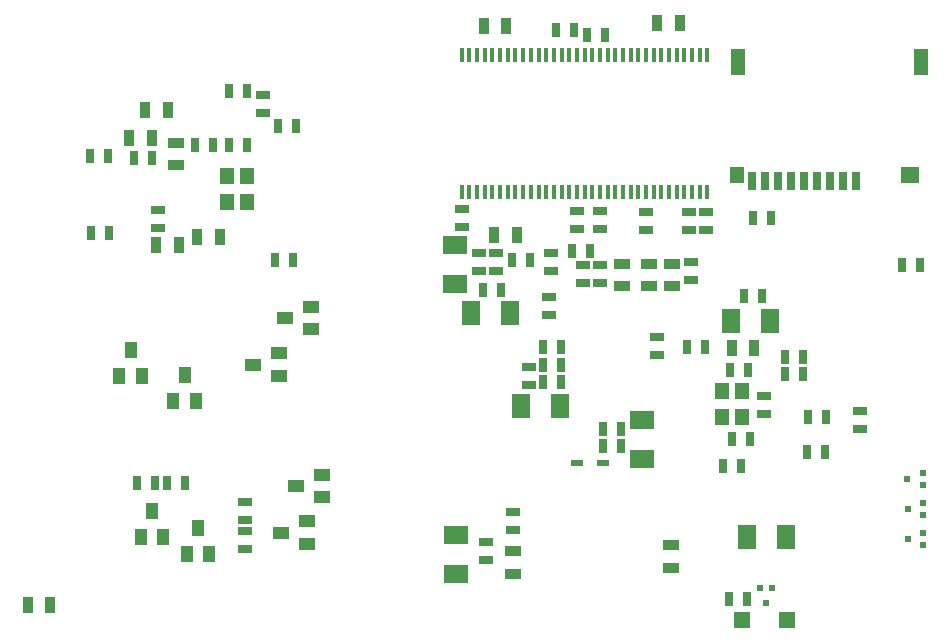
<source format=gbp>
G04 (created by PCBNEW-RS274X (2011-05-31)-stable) date Fri 24 Feb 2012 05:38:00 PM COT*
G01*
G70*
G90*
%MOIN*%
G04 Gerber Fmt 3.4, Leading zero omitted, Abs format*
%FSLAX34Y34*%
G04 APERTURE LIST*
%ADD10C,0.006000*%
%ADD11R,0.055100X0.055100*%
%ADD12R,0.039300X0.023600*%
%ADD13R,0.026000X0.062000*%
%ADD14R,0.062000X0.054000*%
%ADD15R,0.046000X0.086000*%
%ADD16R,0.046000X0.054000*%
%ADD17R,0.055000X0.035000*%
%ADD18R,0.025000X0.045000*%
%ADD19R,0.045000X0.025000*%
%ADD20R,0.060000X0.080000*%
%ADD21R,0.080000X0.060000*%
%ADD22R,0.035000X0.055000*%
%ADD23R,0.023600X0.019600*%
%ADD24R,0.019600X0.023600*%
%ADD25R,0.012600X0.046000*%
%ADD26R,0.047200X0.055100*%
%ADD27R,0.039300X0.055100*%
%ADD28R,0.055100X0.039300*%
G04 APERTURE END LIST*
G54D10*
G54D11*
X60055Y-54079D03*
X58559Y-54079D03*
G54D12*
X53059Y-48839D03*
X53925Y-48839D03*
G54D13*
X62356Y-39449D03*
X61926Y-39449D03*
X61496Y-39449D03*
X61056Y-39449D03*
X60626Y-39449D03*
X60196Y-39449D03*
X59756Y-39449D03*
X59326Y-39449D03*
X58896Y-39449D03*
G54D14*
X64166Y-39249D03*
G54D15*
X64526Y-35469D03*
X58426Y-35469D03*
G54D16*
X58416Y-39249D03*
G54D17*
X54563Y-42192D03*
X54563Y-42942D03*
G54D18*
X64493Y-42244D03*
X63893Y-42244D03*
G54D19*
X62496Y-47706D03*
X62496Y-47106D03*
G54D20*
X51200Y-46921D03*
X52500Y-46921D03*
G54D21*
X55236Y-47385D03*
X55236Y-48685D03*
G54D20*
X50839Y-43835D03*
X49539Y-43835D03*
G54D21*
X49008Y-42867D03*
X49008Y-41567D03*
G54D18*
X53401Y-34567D03*
X54001Y-34567D03*
X52957Y-34390D03*
X52357Y-34390D03*
G54D19*
X49228Y-40369D03*
X49228Y-40969D03*
X56791Y-40452D03*
X56791Y-41052D03*
X57366Y-40452D03*
X57366Y-41052D03*
X53055Y-40448D03*
X53055Y-41048D03*
X53835Y-40448D03*
X53835Y-41048D03*
X55378Y-40452D03*
X55378Y-41052D03*
X55740Y-44625D03*
X55740Y-45225D03*
G54D18*
X50536Y-43067D03*
X49936Y-43067D03*
G54D19*
X50024Y-51480D03*
X50024Y-52080D03*
X50945Y-50480D03*
X50945Y-51080D03*
X51453Y-45642D03*
X51453Y-46242D03*
G54D18*
X51936Y-44961D03*
X52536Y-44961D03*
X51944Y-45556D03*
X52544Y-45556D03*
X51944Y-46143D03*
X52544Y-46143D03*
X53928Y-48272D03*
X54528Y-48272D03*
X53928Y-47697D03*
X54528Y-47697D03*
X58936Y-40657D03*
X59536Y-40657D03*
G54D19*
X52185Y-42446D03*
X52185Y-41846D03*
X53831Y-42831D03*
X53831Y-42231D03*
X53264Y-42831D03*
X53264Y-42231D03*
X50373Y-42419D03*
X50373Y-41819D03*
G54D18*
X51489Y-42055D03*
X50889Y-42055D03*
G54D19*
X49799Y-42419D03*
X49799Y-41819D03*
X52146Y-43302D03*
X52146Y-43902D03*
G54D18*
X52913Y-41756D03*
X53513Y-41756D03*
G54D19*
X56854Y-42745D03*
X56854Y-42145D03*
G54D20*
X58212Y-44091D03*
X59512Y-44091D03*
G54D19*
X59311Y-46586D03*
X59311Y-47186D03*
G54D18*
X58765Y-45717D03*
X58165Y-45717D03*
X57940Y-48929D03*
X58540Y-48929D03*
X60779Y-47287D03*
X61379Y-47287D03*
X59999Y-45307D03*
X60599Y-45307D03*
X60747Y-48469D03*
X61347Y-48469D03*
X59999Y-45878D03*
X60599Y-45878D03*
X57320Y-44969D03*
X56720Y-44969D03*
X58228Y-48031D03*
X58828Y-48031D03*
X58621Y-43264D03*
X59221Y-43264D03*
X58149Y-53358D03*
X58749Y-53358D03*
G54D17*
X56197Y-51574D03*
X56197Y-52324D03*
X56224Y-42946D03*
X56224Y-42196D03*
G54D22*
X58219Y-44988D03*
X58969Y-44988D03*
G54D17*
X55472Y-42946D03*
X55472Y-42196D03*
G54D20*
X58748Y-51311D03*
X60048Y-51311D03*
G54D23*
X64590Y-49166D03*
X64590Y-49558D03*
X64080Y-49362D03*
G54D24*
X59170Y-52985D03*
X59562Y-52985D03*
X59366Y-53495D03*
G54D23*
X64594Y-51178D03*
X64594Y-51570D03*
X64084Y-51374D03*
X64594Y-50158D03*
X64594Y-50550D03*
X64084Y-50354D03*
G54D25*
X57416Y-39800D03*
X57416Y-35220D03*
X57160Y-39800D03*
X57160Y-35220D03*
X56904Y-39800D03*
X56904Y-35220D03*
X56648Y-39800D03*
X56648Y-35220D03*
X56392Y-39800D03*
X56392Y-35220D03*
X56136Y-39800D03*
X56136Y-35220D03*
X55880Y-39800D03*
X55880Y-35220D03*
X55624Y-39800D03*
X55624Y-35220D03*
X55368Y-39800D03*
X55368Y-35220D03*
X55112Y-39800D03*
X55112Y-35220D03*
X54856Y-39800D03*
X54856Y-35220D03*
X54600Y-39800D03*
X54600Y-35220D03*
X54344Y-39800D03*
X54344Y-35220D03*
X54088Y-39800D03*
X54088Y-35220D03*
X53832Y-39800D03*
X53832Y-35220D03*
X53576Y-39800D03*
X53576Y-35220D03*
X53320Y-39800D03*
X53320Y-35220D03*
X53064Y-39800D03*
X53064Y-35220D03*
X52808Y-39800D03*
X52808Y-35220D03*
X52552Y-39800D03*
X52552Y-35220D03*
X52296Y-39800D03*
X52296Y-35220D03*
X52040Y-39800D03*
X52040Y-35220D03*
X51784Y-39800D03*
X51784Y-35220D03*
X51528Y-39800D03*
X51528Y-35220D03*
X51272Y-39800D03*
X51272Y-35220D03*
X51016Y-39800D03*
X51016Y-35220D03*
X50760Y-39800D03*
X50760Y-35220D03*
X50504Y-39800D03*
X50504Y-35220D03*
X50248Y-39800D03*
X50248Y-35220D03*
X49992Y-39800D03*
X49992Y-35220D03*
X49736Y-39800D03*
X49736Y-35220D03*
X49480Y-39800D03*
X49480Y-35220D03*
X49224Y-39800D03*
X49224Y-35220D03*
G54D26*
X57898Y-47299D03*
X57898Y-46433D03*
X58567Y-46433D03*
X58567Y-47299D03*
G54D17*
X50938Y-51779D03*
X50938Y-52529D03*
G54D22*
X51064Y-41240D03*
X50314Y-41240D03*
X50710Y-34260D03*
X49960Y-34260D03*
X34763Y-53579D03*
X35513Y-53579D03*
X55743Y-34181D03*
X56493Y-34181D03*
X38673Y-37070D03*
X39423Y-37070D03*
G54D17*
X39705Y-38914D03*
X39705Y-38164D03*
G54D22*
X38895Y-38011D03*
X38145Y-38011D03*
G54D18*
X40919Y-38216D03*
X40319Y-38216D03*
X41457Y-38216D03*
X42057Y-38216D03*
X38891Y-38665D03*
X38291Y-38665D03*
X42996Y-42066D03*
X43596Y-42066D03*
X37423Y-38610D03*
X36823Y-38610D03*
X37458Y-41173D03*
X36858Y-41173D03*
G54D19*
X39095Y-41012D03*
X39095Y-40412D03*
G54D18*
X43688Y-37609D03*
X43088Y-37609D03*
G54D21*
X49032Y-51232D03*
X49032Y-52532D03*
G54D19*
X42615Y-37170D03*
X42615Y-36570D03*
G54D18*
X39393Y-49510D03*
X39993Y-49510D03*
X39012Y-49514D03*
X38412Y-49514D03*
G54D27*
X39272Y-51309D03*
X38524Y-51309D03*
X38898Y-50443D03*
X40803Y-51856D03*
X40055Y-51856D03*
X40429Y-50990D03*
G54D19*
X42000Y-51107D03*
X42000Y-51707D03*
X42000Y-50719D03*
X42000Y-50119D03*
G54D28*
X44571Y-49234D03*
X44571Y-49982D03*
X43705Y-49608D03*
X44063Y-50781D03*
X44063Y-51529D03*
X43197Y-51155D03*
G54D27*
X38561Y-45939D03*
X37813Y-45939D03*
X38187Y-45073D03*
X40363Y-46771D03*
X39615Y-46771D03*
X39989Y-45905D03*
G54D28*
X44195Y-43626D03*
X44195Y-44374D03*
X43329Y-44000D03*
X43148Y-45177D03*
X43148Y-45925D03*
X42282Y-45551D03*
G54D18*
X42074Y-36436D03*
X41474Y-36436D03*
G54D26*
X42057Y-39278D03*
X42057Y-40144D03*
X41388Y-40144D03*
X41388Y-39278D03*
G54D22*
X39047Y-41551D03*
X39797Y-41551D03*
X41159Y-41307D03*
X40409Y-41307D03*
M02*

</source>
